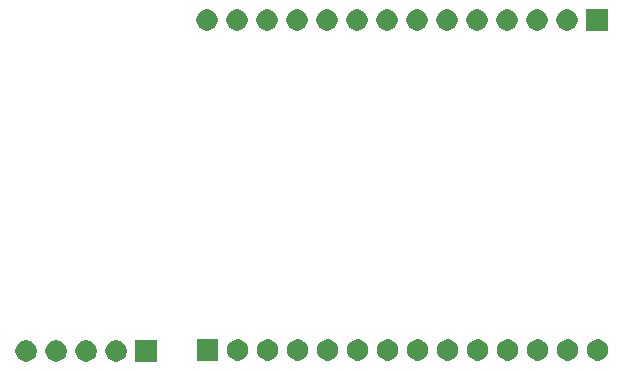
<source format=gbr>
G04 #@! TF.GenerationSoftware,KiCad,Pcbnew,(5.1.5-0-10_14)*
G04 #@! TF.CreationDate,2021-11-19T11:56:32-05:00*
G04 #@! TF.ProjectId,MinimalSAMD21,4d696e69-6d61-46c5-9341-4d4432312e6b,rev?*
G04 #@! TF.SameCoordinates,Original*
G04 #@! TF.FileFunction,Soldermask,Bot*
G04 #@! TF.FilePolarity,Negative*
%FSLAX46Y46*%
G04 Gerber Fmt 4.6, Leading zero omitted, Abs format (unit mm)*
G04 Created by KiCad (PCBNEW (5.1.5-0-10_14)) date 2021-11-19 11:56:32*
%MOMM*%
%LPD*%
G04 APERTURE LIST*
%ADD10C,0.100000*%
G04 APERTURE END LIST*
D10*
G36*
X161691000Y-110201000D02*
G01*
X159889000Y-110201000D01*
X159889000Y-108399000D01*
X161691000Y-108399000D01*
X161691000Y-110201000D01*
G37*
G36*
X158363512Y-108403927D02*
G01*
X158512812Y-108433624D01*
X158676784Y-108501544D01*
X158824354Y-108600147D01*
X158949853Y-108725646D01*
X159048456Y-108873216D01*
X159116376Y-109037188D01*
X159151000Y-109211259D01*
X159151000Y-109388741D01*
X159116376Y-109562812D01*
X159048456Y-109726784D01*
X158949853Y-109874354D01*
X158824354Y-109999853D01*
X158676784Y-110098456D01*
X158512812Y-110166376D01*
X158363512Y-110196073D01*
X158338742Y-110201000D01*
X158161258Y-110201000D01*
X158136488Y-110196073D01*
X157987188Y-110166376D01*
X157823216Y-110098456D01*
X157675646Y-109999853D01*
X157550147Y-109874354D01*
X157451544Y-109726784D01*
X157383624Y-109562812D01*
X157349000Y-109388741D01*
X157349000Y-109211259D01*
X157383624Y-109037188D01*
X157451544Y-108873216D01*
X157550147Y-108725646D01*
X157675646Y-108600147D01*
X157823216Y-108501544D01*
X157987188Y-108433624D01*
X158136488Y-108403927D01*
X158161258Y-108399000D01*
X158338742Y-108399000D01*
X158363512Y-108403927D01*
G37*
G36*
X155823512Y-108403927D02*
G01*
X155972812Y-108433624D01*
X156136784Y-108501544D01*
X156284354Y-108600147D01*
X156409853Y-108725646D01*
X156508456Y-108873216D01*
X156576376Y-109037188D01*
X156611000Y-109211259D01*
X156611000Y-109388741D01*
X156576376Y-109562812D01*
X156508456Y-109726784D01*
X156409853Y-109874354D01*
X156284354Y-109999853D01*
X156136784Y-110098456D01*
X155972812Y-110166376D01*
X155823512Y-110196073D01*
X155798742Y-110201000D01*
X155621258Y-110201000D01*
X155596488Y-110196073D01*
X155447188Y-110166376D01*
X155283216Y-110098456D01*
X155135646Y-109999853D01*
X155010147Y-109874354D01*
X154911544Y-109726784D01*
X154843624Y-109562812D01*
X154809000Y-109388741D01*
X154809000Y-109211259D01*
X154843624Y-109037188D01*
X154911544Y-108873216D01*
X155010147Y-108725646D01*
X155135646Y-108600147D01*
X155283216Y-108501544D01*
X155447188Y-108433624D01*
X155596488Y-108403927D01*
X155621258Y-108399000D01*
X155798742Y-108399000D01*
X155823512Y-108403927D01*
G37*
G36*
X153283512Y-108403927D02*
G01*
X153432812Y-108433624D01*
X153596784Y-108501544D01*
X153744354Y-108600147D01*
X153869853Y-108725646D01*
X153968456Y-108873216D01*
X154036376Y-109037188D01*
X154071000Y-109211259D01*
X154071000Y-109388741D01*
X154036376Y-109562812D01*
X153968456Y-109726784D01*
X153869853Y-109874354D01*
X153744354Y-109999853D01*
X153596784Y-110098456D01*
X153432812Y-110166376D01*
X153283512Y-110196073D01*
X153258742Y-110201000D01*
X153081258Y-110201000D01*
X153056488Y-110196073D01*
X152907188Y-110166376D01*
X152743216Y-110098456D01*
X152595646Y-109999853D01*
X152470147Y-109874354D01*
X152371544Y-109726784D01*
X152303624Y-109562812D01*
X152269000Y-109388741D01*
X152269000Y-109211259D01*
X152303624Y-109037188D01*
X152371544Y-108873216D01*
X152470147Y-108725646D01*
X152595646Y-108600147D01*
X152743216Y-108501544D01*
X152907188Y-108433624D01*
X153056488Y-108403927D01*
X153081258Y-108399000D01*
X153258742Y-108399000D01*
X153283512Y-108403927D01*
G37*
G36*
X150743512Y-108403927D02*
G01*
X150892812Y-108433624D01*
X151056784Y-108501544D01*
X151204354Y-108600147D01*
X151329853Y-108725646D01*
X151428456Y-108873216D01*
X151496376Y-109037188D01*
X151531000Y-109211259D01*
X151531000Y-109388741D01*
X151496376Y-109562812D01*
X151428456Y-109726784D01*
X151329853Y-109874354D01*
X151204354Y-109999853D01*
X151056784Y-110098456D01*
X150892812Y-110166376D01*
X150743512Y-110196073D01*
X150718742Y-110201000D01*
X150541258Y-110201000D01*
X150516488Y-110196073D01*
X150367188Y-110166376D01*
X150203216Y-110098456D01*
X150055646Y-109999853D01*
X149930147Y-109874354D01*
X149831544Y-109726784D01*
X149763624Y-109562812D01*
X149729000Y-109388741D01*
X149729000Y-109211259D01*
X149763624Y-109037188D01*
X149831544Y-108873216D01*
X149930147Y-108725646D01*
X150055646Y-108600147D01*
X150203216Y-108501544D01*
X150367188Y-108433624D01*
X150516488Y-108403927D01*
X150541258Y-108399000D01*
X150718742Y-108399000D01*
X150743512Y-108403927D01*
G37*
G36*
X186433512Y-108323927D02*
G01*
X186582812Y-108353624D01*
X186746784Y-108421544D01*
X186894354Y-108520147D01*
X187019853Y-108645646D01*
X187118456Y-108793216D01*
X187186376Y-108957188D01*
X187221000Y-109131259D01*
X187221000Y-109308741D01*
X187186376Y-109482812D01*
X187118456Y-109646784D01*
X187019853Y-109794354D01*
X186894354Y-109919853D01*
X186746784Y-110018456D01*
X186582812Y-110086376D01*
X186433512Y-110116073D01*
X186408742Y-110121000D01*
X186231258Y-110121000D01*
X186206488Y-110116073D01*
X186057188Y-110086376D01*
X185893216Y-110018456D01*
X185745646Y-109919853D01*
X185620147Y-109794354D01*
X185521544Y-109646784D01*
X185453624Y-109482812D01*
X185419000Y-109308741D01*
X185419000Y-109131259D01*
X185453624Y-108957188D01*
X185521544Y-108793216D01*
X185620147Y-108645646D01*
X185745646Y-108520147D01*
X185893216Y-108421544D01*
X186057188Y-108353624D01*
X186206488Y-108323927D01*
X186231258Y-108319000D01*
X186408742Y-108319000D01*
X186433512Y-108323927D01*
G37*
G36*
X183893512Y-108323927D02*
G01*
X184042812Y-108353624D01*
X184206784Y-108421544D01*
X184354354Y-108520147D01*
X184479853Y-108645646D01*
X184578456Y-108793216D01*
X184646376Y-108957188D01*
X184681000Y-109131259D01*
X184681000Y-109308741D01*
X184646376Y-109482812D01*
X184578456Y-109646784D01*
X184479853Y-109794354D01*
X184354354Y-109919853D01*
X184206784Y-110018456D01*
X184042812Y-110086376D01*
X183893512Y-110116073D01*
X183868742Y-110121000D01*
X183691258Y-110121000D01*
X183666488Y-110116073D01*
X183517188Y-110086376D01*
X183353216Y-110018456D01*
X183205646Y-109919853D01*
X183080147Y-109794354D01*
X182981544Y-109646784D01*
X182913624Y-109482812D01*
X182879000Y-109308741D01*
X182879000Y-109131259D01*
X182913624Y-108957188D01*
X182981544Y-108793216D01*
X183080147Y-108645646D01*
X183205646Y-108520147D01*
X183353216Y-108421544D01*
X183517188Y-108353624D01*
X183666488Y-108323927D01*
X183691258Y-108319000D01*
X183868742Y-108319000D01*
X183893512Y-108323927D01*
G37*
G36*
X181353512Y-108323927D02*
G01*
X181502812Y-108353624D01*
X181666784Y-108421544D01*
X181814354Y-108520147D01*
X181939853Y-108645646D01*
X182038456Y-108793216D01*
X182106376Y-108957188D01*
X182141000Y-109131259D01*
X182141000Y-109308741D01*
X182106376Y-109482812D01*
X182038456Y-109646784D01*
X181939853Y-109794354D01*
X181814354Y-109919853D01*
X181666784Y-110018456D01*
X181502812Y-110086376D01*
X181353512Y-110116073D01*
X181328742Y-110121000D01*
X181151258Y-110121000D01*
X181126488Y-110116073D01*
X180977188Y-110086376D01*
X180813216Y-110018456D01*
X180665646Y-109919853D01*
X180540147Y-109794354D01*
X180441544Y-109646784D01*
X180373624Y-109482812D01*
X180339000Y-109308741D01*
X180339000Y-109131259D01*
X180373624Y-108957188D01*
X180441544Y-108793216D01*
X180540147Y-108645646D01*
X180665646Y-108520147D01*
X180813216Y-108421544D01*
X180977188Y-108353624D01*
X181126488Y-108323927D01*
X181151258Y-108319000D01*
X181328742Y-108319000D01*
X181353512Y-108323927D01*
G37*
G36*
X178813512Y-108323927D02*
G01*
X178962812Y-108353624D01*
X179126784Y-108421544D01*
X179274354Y-108520147D01*
X179399853Y-108645646D01*
X179498456Y-108793216D01*
X179566376Y-108957188D01*
X179601000Y-109131259D01*
X179601000Y-109308741D01*
X179566376Y-109482812D01*
X179498456Y-109646784D01*
X179399853Y-109794354D01*
X179274354Y-109919853D01*
X179126784Y-110018456D01*
X178962812Y-110086376D01*
X178813512Y-110116073D01*
X178788742Y-110121000D01*
X178611258Y-110121000D01*
X178586488Y-110116073D01*
X178437188Y-110086376D01*
X178273216Y-110018456D01*
X178125646Y-109919853D01*
X178000147Y-109794354D01*
X177901544Y-109646784D01*
X177833624Y-109482812D01*
X177799000Y-109308741D01*
X177799000Y-109131259D01*
X177833624Y-108957188D01*
X177901544Y-108793216D01*
X178000147Y-108645646D01*
X178125646Y-108520147D01*
X178273216Y-108421544D01*
X178437188Y-108353624D01*
X178586488Y-108323927D01*
X178611258Y-108319000D01*
X178788742Y-108319000D01*
X178813512Y-108323927D01*
G37*
G36*
X176273512Y-108323927D02*
G01*
X176422812Y-108353624D01*
X176586784Y-108421544D01*
X176734354Y-108520147D01*
X176859853Y-108645646D01*
X176958456Y-108793216D01*
X177026376Y-108957188D01*
X177061000Y-109131259D01*
X177061000Y-109308741D01*
X177026376Y-109482812D01*
X176958456Y-109646784D01*
X176859853Y-109794354D01*
X176734354Y-109919853D01*
X176586784Y-110018456D01*
X176422812Y-110086376D01*
X176273512Y-110116073D01*
X176248742Y-110121000D01*
X176071258Y-110121000D01*
X176046488Y-110116073D01*
X175897188Y-110086376D01*
X175733216Y-110018456D01*
X175585646Y-109919853D01*
X175460147Y-109794354D01*
X175361544Y-109646784D01*
X175293624Y-109482812D01*
X175259000Y-109308741D01*
X175259000Y-109131259D01*
X175293624Y-108957188D01*
X175361544Y-108793216D01*
X175460147Y-108645646D01*
X175585646Y-108520147D01*
X175733216Y-108421544D01*
X175897188Y-108353624D01*
X176046488Y-108323927D01*
X176071258Y-108319000D01*
X176248742Y-108319000D01*
X176273512Y-108323927D01*
G37*
G36*
X173733512Y-108323927D02*
G01*
X173882812Y-108353624D01*
X174046784Y-108421544D01*
X174194354Y-108520147D01*
X174319853Y-108645646D01*
X174418456Y-108793216D01*
X174486376Y-108957188D01*
X174521000Y-109131259D01*
X174521000Y-109308741D01*
X174486376Y-109482812D01*
X174418456Y-109646784D01*
X174319853Y-109794354D01*
X174194354Y-109919853D01*
X174046784Y-110018456D01*
X173882812Y-110086376D01*
X173733512Y-110116073D01*
X173708742Y-110121000D01*
X173531258Y-110121000D01*
X173506488Y-110116073D01*
X173357188Y-110086376D01*
X173193216Y-110018456D01*
X173045646Y-109919853D01*
X172920147Y-109794354D01*
X172821544Y-109646784D01*
X172753624Y-109482812D01*
X172719000Y-109308741D01*
X172719000Y-109131259D01*
X172753624Y-108957188D01*
X172821544Y-108793216D01*
X172920147Y-108645646D01*
X173045646Y-108520147D01*
X173193216Y-108421544D01*
X173357188Y-108353624D01*
X173506488Y-108323927D01*
X173531258Y-108319000D01*
X173708742Y-108319000D01*
X173733512Y-108323927D01*
G37*
G36*
X171193512Y-108323927D02*
G01*
X171342812Y-108353624D01*
X171506784Y-108421544D01*
X171654354Y-108520147D01*
X171779853Y-108645646D01*
X171878456Y-108793216D01*
X171946376Y-108957188D01*
X171981000Y-109131259D01*
X171981000Y-109308741D01*
X171946376Y-109482812D01*
X171878456Y-109646784D01*
X171779853Y-109794354D01*
X171654354Y-109919853D01*
X171506784Y-110018456D01*
X171342812Y-110086376D01*
X171193512Y-110116073D01*
X171168742Y-110121000D01*
X170991258Y-110121000D01*
X170966488Y-110116073D01*
X170817188Y-110086376D01*
X170653216Y-110018456D01*
X170505646Y-109919853D01*
X170380147Y-109794354D01*
X170281544Y-109646784D01*
X170213624Y-109482812D01*
X170179000Y-109308741D01*
X170179000Y-109131259D01*
X170213624Y-108957188D01*
X170281544Y-108793216D01*
X170380147Y-108645646D01*
X170505646Y-108520147D01*
X170653216Y-108421544D01*
X170817188Y-108353624D01*
X170966488Y-108323927D01*
X170991258Y-108319000D01*
X171168742Y-108319000D01*
X171193512Y-108323927D01*
G37*
G36*
X168653512Y-108323927D02*
G01*
X168802812Y-108353624D01*
X168966784Y-108421544D01*
X169114354Y-108520147D01*
X169239853Y-108645646D01*
X169338456Y-108793216D01*
X169406376Y-108957188D01*
X169441000Y-109131259D01*
X169441000Y-109308741D01*
X169406376Y-109482812D01*
X169338456Y-109646784D01*
X169239853Y-109794354D01*
X169114354Y-109919853D01*
X168966784Y-110018456D01*
X168802812Y-110086376D01*
X168653512Y-110116073D01*
X168628742Y-110121000D01*
X168451258Y-110121000D01*
X168426488Y-110116073D01*
X168277188Y-110086376D01*
X168113216Y-110018456D01*
X167965646Y-109919853D01*
X167840147Y-109794354D01*
X167741544Y-109646784D01*
X167673624Y-109482812D01*
X167639000Y-109308741D01*
X167639000Y-109131259D01*
X167673624Y-108957188D01*
X167741544Y-108793216D01*
X167840147Y-108645646D01*
X167965646Y-108520147D01*
X168113216Y-108421544D01*
X168277188Y-108353624D01*
X168426488Y-108323927D01*
X168451258Y-108319000D01*
X168628742Y-108319000D01*
X168653512Y-108323927D01*
G37*
G36*
X166901000Y-110121000D02*
G01*
X165099000Y-110121000D01*
X165099000Y-108319000D01*
X166901000Y-108319000D01*
X166901000Y-110121000D01*
G37*
G36*
X199133512Y-108323927D02*
G01*
X199282812Y-108353624D01*
X199446784Y-108421544D01*
X199594354Y-108520147D01*
X199719853Y-108645646D01*
X199818456Y-108793216D01*
X199886376Y-108957188D01*
X199921000Y-109131259D01*
X199921000Y-109308741D01*
X199886376Y-109482812D01*
X199818456Y-109646784D01*
X199719853Y-109794354D01*
X199594354Y-109919853D01*
X199446784Y-110018456D01*
X199282812Y-110086376D01*
X199133512Y-110116073D01*
X199108742Y-110121000D01*
X198931258Y-110121000D01*
X198906488Y-110116073D01*
X198757188Y-110086376D01*
X198593216Y-110018456D01*
X198445646Y-109919853D01*
X198320147Y-109794354D01*
X198221544Y-109646784D01*
X198153624Y-109482812D01*
X198119000Y-109308741D01*
X198119000Y-109131259D01*
X198153624Y-108957188D01*
X198221544Y-108793216D01*
X198320147Y-108645646D01*
X198445646Y-108520147D01*
X198593216Y-108421544D01*
X198757188Y-108353624D01*
X198906488Y-108323927D01*
X198931258Y-108319000D01*
X199108742Y-108319000D01*
X199133512Y-108323927D01*
G37*
G36*
X196593512Y-108323927D02*
G01*
X196742812Y-108353624D01*
X196906784Y-108421544D01*
X197054354Y-108520147D01*
X197179853Y-108645646D01*
X197278456Y-108793216D01*
X197346376Y-108957188D01*
X197381000Y-109131259D01*
X197381000Y-109308741D01*
X197346376Y-109482812D01*
X197278456Y-109646784D01*
X197179853Y-109794354D01*
X197054354Y-109919853D01*
X196906784Y-110018456D01*
X196742812Y-110086376D01*
X196593512Y-110116073D01*
X196568742Y-110121000D01*
X196391258Y-110121000D01*
X196366488Y-110116073D01*
X196217188Y-110086376D01*
X196053216Y-110018456D01*
X195905646Y-109919853D01*
X195780147Y-109794354D01*
X195681544Y-109646784D01*
X195613624Y-109482812D01*
X195579000Y-109308741D01*
X195579000Y-109131259D01*
X195613624Y-108957188D01*
X195681544Y-108793216D01*
X195780147Y-108645646D01*
X195905646Y-108520147D01*
X196053216Y-108421544D01*
X196217188Y-108353624D01*
X196366488Y-108323927D01*
X196391258Y-108319000D01*
X196568742Y-108319000D01*
X196593512Y-108323927D01*
G37*
G36*
X194053512Y-108323927D02*
G01*
X194202812Y-108353624D01*
X194366784Y-108421544D01*
X194514354Y-108520147D01*
X194639853Y-108645646D01*
X194738456Y-108793216D01*
X194806376Y-108957188D01*
X194841000Y-109131259D01*
X194841000Y-109308741D01*
X194806376Y-109482812D01*
X194738456Y-109646784D01*
X194639853Y-109794354D01*
X194514354Y-109919853D01*
X194366784Y-110018456D01*
X194202812Y-110086376D01*
X194053512Y-110116073D01*
X194028742Y-110121000D01*
X193851258Y-110121000D01*
X193826488Y-110116073D01*
X193677188Y-110086376D01*
X193513216Y-110018456D01*
X193365646Y-109919853D01*
X193240147Y-109794354D01*
X193141544Y-109646784D01*
X193073624Y-109482812D01*
X193039000Y-109308741D01*
X193039000Y-109131259D01*
X193073624Y-108957188D01*
X193141544Y-108793216D01*
X193240147Y-108645646D01*
X193365646Y-108520147D01*
X193513216Y-108421544D01*
X193677188Y-108353624D01*
X193826488Y-108323927D01*
X193851258Y-108319000D01*
X194028742Y-108319000D01*
X194053512Y-108323927D01*
G37*
G36*
X191513512Y-108323927D02*
G01*
X191662812Y-108353624D01*
X191826784Y-108421544D01*
X191974354Y-108520147D01*
X192099853Y-108645646D01*
X192198456Y-108793216D01*
X192266376Y-108957188D01*
X192301000Y-109131259D01*
X192301000Y-109308741D01*
X192266376Y-109482812D01*
X192198456Y-109646784D01*
X192099853Y-109794354D01*
X191974354Y-109919853D01*
X191826784Y-110018456D01*
X191662812Y-110086376D01*
X191513512Y-110116073D01*
X191488742Y-110121000D01*
X191311258Y-110121000D01*
X191286488Y-110116073D01*
X191137188Y-110086376D01*
X190973216Y-110018456D01*
X190825646Y-109919853D01*
X190700147Y-109794354D01*
X190601544Y-109646784D01*
X190533624Y-109482812D01*
X190499000Y-109308741D01*
X190499000Y-109131259D01*
X190533624Y-108957188D01*
X190601544Y-108793216D01*
X190700147Y-108645646D01*
X190825646Y-108520147D01*
X190973216Y-108421544D01*
X191137188Y-108353624D01*
X191286488Y-108323927D01*
X191311258Y-108319000D01*
X191488742Y-108319000D01*
X191513512Y-108323927D01*
G37*
G36*
X188973512Y-108323927D02*
G01*
X189122812Y-108353624D01*
X189286784Y-108421544D01*
X189434354Y-108520147D01*
X189559853Y-108645646D01*
X189658456Y-108793216D01*
X189726376Y-108957188D01*
X189761000Y-109131259D01*
X189761000Y-109308741D01*
X189726376Y-109482812D01*
X189658456Y-109646784D01*
X189559853Y-109794354D01*
X189434354Y-109919853D01*
X189286784Y-110018456D01*
X189122812Y-110086376D01*
X188973512Y-110116073D01*
X188948742Y-110121000D01*
X188771258Y-110121000D01*
X188746488Y-110116073D01*
X188597188Y-110086376D01*
X188433216Y-110018456D01*
X188285646Y-109919853D01*
X188160147Y-109794354D01*
X188061544Y-109646784D01*
X187993624Y-109482812D01*
X187959000Y-109308741D01*
X187959000Y-109131259D01*
X187993624Y-108957188D01*
X188061544Y-108793216D01*
X188160147Y-108645646D01*
X188285646Y-108520147D01*
X188433216Y-108421544D01*
X188597188Y-108353624D01*
X188746488Y-108323927D01*
X188771258Y-108319000D01*
X188948742Y-108319000D01*
X188973512Y-108323927D01*
G37*
G36*
X178759332Y-80383927D02*
G01*
X178908632Y-80413624D01*
X179072604Y-80481544D01*
X179220174Y-80580147D01*
X179345673Y-80705646D01*
X179444276Y-80853216D01*
X179512196Y-81017188D01*
X179546820Y-81191259D01*
X179546820Y-81368741D01*
X179512196Y-81542812D01*
X179444276Y-81706784D01*
X179345673Y-81854354D01*
X179220174Y-81979853D01*
X179072604Y-82078456D01*
X178908632Y-82146376D01*
X178759332Y-82176073D01*
X178734562Y-82181000D01*
X178557078Y-82181000D01*
X178532308Y-82176073D01*
X178383008Y-82146376D01*
X178219036Y-82078456D01*
X178071466Y-81979853D01*
X177945967Y-81854354D01*
X177847364Y-81706784D01*
X177779444Y-81542812D01*
X177744820Y-81368741D01*
X177744820Y-81191259D01*
X177779444Y-81017188D01*
X177847364Y-80853216D01*
X177945967Y-80705646D01*
X178071466Y-80580147D01*
X178219036Y-80481544D01*
X178383008Y-80413624D01*
X178532308Y-80383927D01*
X178557078Y-80379000D01*
X178734562Y-80379000D01*
X178759332Y-80383927D01*
G37*
G36*
X181299332Y-80383927D02*
G01*
X181448632Y-80413624D01*
X181612604Y-80481544D01*
X181760174Y-80580147D01*
X181885673Y-80705646D01*
X181984276Y-80853216D01*
X182052196Y-81017188D01*
X182086820Y-81191259D01*
X182086820Y-81368741D01*
X182052196Y-81542812D01*
X181984276Y-81706784D01*
X181885673Y-81854354D01*
X181760174Y-81979853D01*
X181612604Y-82078456D01*
X181448632Y-82146376D01*
X181299332Y-82176073D01*
X181274562Y-82181000D01*
X181097078Y-82181000D01*
X181072308Y-82176073D01*
X180923008Y-82146376D01*
X180759036Y-82078456D01*
X180611466Y-81979853D01*
X180485967Y-81854354D01*
X180387364Y-81706784D01*
X180319444Y-81542812D01*
X180284820Y-81368741D01*
X180284820Y-81191259D01*
X180319444Y-81017188D01*
X180387364Y-80853216D01*
X180485967Y-80705646D01*
X180611466Y-80580147D01*
X180759036Y-80481544D01*
X180923008Y-80413624D01*
X181072308Y-80383927D01*
X181097078Y-80379000D01*
X181274562Y-80379000D01*
X181299332Y-80383927D01*
G37*
G36*
X183839332Y-80383927D02*
G01*
X183988632Y-80413624D01*
X184152604Y-80481544D01*
X184300174Y-80580147D01*
X184425673Y-80705646D01*
X184524276Y-80853216D01*
X184592196Y-81017188D01*
X184626820Y-81191259D01*
X184626820Y-81368741D01*
X184592196Y-81542812D01*
X184524276Y-81706784D01*
X184425673Y-81854354D01*
X184300174Y-81979853D01*
X184152604Y-82078456D01*
X183988632Y-82146376D01*
X183839332Y-82176073D01*
X183814562Y-82181000D01*
X183637078Y-82181000D01*
X183612308Y-82176073D01*
X183463008Y-82146376D01*
X183299036Y-82078456D01*
X183151466Y-81979853D01*
X183025967Y-81854354D01*
X182927364Y-81706784D01*
X182859444Y-81542812D01*
X182824820Y-81368741D01*
X182824820Y-81191259D01*
X182859444Y-81017188D01*
X182927364Y-80853216D01*
X183025967Y-80705646D01*
X183151466Y-80580147D01*
X183299036Y-80481544D01*
X183463008Y-80413624D01*
X183612308Y-80383927D01*
X183637078Y-80379000D01*
X183814562Y-80379000D01*
X183839332Y-80383927D01*
G37*
G36*
X186379332Y-80383927D02*
G01*
X186528632Y-80413624D01*
X186692604Y-80481544D01*
X186840174Y-80580147D01*
X186965673Y-80705646D01*
X187064276Y-80853216D01*
X187132196Y-81017188D01*
X187166820Y-81191259D01*
X187166820Y-81368741D01*
X187132196Y-81542812D01*
X187064276Y-81706784D01*
X186965673Y-81854354D01*
X186840174Y-81979853D01*
X186692604Y-82078456D01*
X186528632Y-82146376D01*
X186379332Y-82176073D01*
X186354562Y-82181000D01*
X186177078Y-82181000D01*
X186152308Y-82176073D01*
X186003008Y-82146376D01*
X185839036Y-82078456D01*
X185691466Y-81979853D01*
X185565967Y-81854354D01*
X185467364Y-81706784D01*
X185399444Y-81542812D01*
X185364820Y-81368741D01*
X185364820Y-81191259D01*
X185399444Y-81017188D01*
X185467364Y-80853216D01*
X185565967Y-80705646D01*
X185691466Y-80580147D01*
X185839036Y-80481544D01*
X186003008Y-80413624D01*
X186152308Y-80383927D01*
X186177078Y-80379000D01*
X186354562Y-80379000D01*
X186379332Y-80383927D01*
G37*
G36*
X188919332Y-80383927D02*
G01*
X189068632Y-80413624D01*
X189232604Y-80481544D01*
X189380174Y-80580147D01*
X189505673Y-80705646D01*
X189604276Y-80853216D01*
X189672196Y-81017188D01*
X189706820Y-81191259D01*
X189706820Y-81368741D01*
X189672196Y-81542812D01*
X189604276Y-81706784D01*
X189505673Y-81854354D01*
X189380174Y-81979853D01*
X189232604Y-82078456D01*
X189068632Y-82146376D01*
X188919332Y-82176073D01*
X188894562Y-82181000D01*
X188717078Y-82181000D01*
X188692308Y-82176073D01*
X188543008Y-82146376D01*
X188379036Y-82078456D01*
X188231466Y-81979853D01*
X188105967Y-81854354D01*
X188007364Y-81706784D01*
X187939444Y-81542812D01*
X187904820Y-81368741D01*
X187904820Y-81191259D01*
X187939444Y-81017188D01*
X188007364Y-80853216D01*
X188105967Y-80705646D01*
X188231466Y-80580147D01*
X188379036Y-80481544D01*
X188543008Y-80413624D01*
X188692308Y-80383927D01*
X188717078Y-80379000D01*
X188894562Y-80379000D01*
X188919332Y-80383927D01*
G37*
G36*
X191459332Y-80383927D02*
G01*
X191608632Y-80413624D01*
X191772604Y-80481544D01*
X191920174Y-80580147D01*
X192045673Y-80705646D01*
X192144276Y-80853216D01*
X192212196Y-81017188D01*
X192246820Y-81191259D01*
X192246820Y-81368741D01*
X192212196Y-81542812D01*
X192144276Y-81706784D01*
X192045673Y-81854354D01*
X191920174Y-81979853D01*
X191772604Y-82078456D01*
X191608632Y-82146376D01*
X191459332Y-82176073D01*
X191434562Y-82181000D01*
X191257078Y-82181000D01*
X191232308Y-82176073D01*
X191083008Y-82146376D01*
X190919036Y-82078456D01*
X190771466Y-81979853D01*
X190645967Y-81854354D01*
X190547364Y-81706784D01*
X190479444Y-81542812D01*
X190444820Y-81368741D01*
X190444820Y-81191259D01*
X190479444Y-81017188D01*
X190547364Y-80853216D01*
X190645967Y-80705646D01*
X190771466Y-80580147D01*
X190919036Y-80481544D01*
X191083008Y-80413624D01*
X191232308Y-80383927D01*
X191257078Y-80379000D01*
X191434562Y-80379000D01*
X191459332Y-80383927D01*
G37*
G36*
X193999332Y-80383927D02*
G01*
X194148632Y-80413624D01*
X194312604Y-80481544D01*
X194460174Y-80580147D01*
X194585673Y-80705646D01*
X194684276Y-80853216D01*
X194752196Y-81017188D01*
X194786820Y-81191259D01*
X194786820Y-81368741D01*
X194752196Y-81542812D01*
X194684276Y-81706784D01*
X194585673Y-81854354D01*
X194460174Y-81979853D01*
X194312604Y-82078456D01*
X194148632Y-82146376D01*
X193999332Y-82176073D01*
X193974562Y-82181000D01*
X193797078Y-82181000D01*
X193772308Y-82176073D01*
X193623008Y-82146376D01*
X193459036Y-82078456D01*
X193311466Y-81979853D01*
X193185967Y-81854354D01*
X193087364Y-81706784D01*
X193019444Y-81542812D01*
X192984820Y-81368741D01*
X192984820Y-81191259D01*
X193019444Y-81017188D01*
X193087364Y-80853216D01*
X193185967Y-80705646D01*
X193311466Y-80580147D01*
X193459036Y-80481544D01*
X193623008Y-80413624D01*
X193772308Y-80383927D01*
X193797078Y-80379000D01*
X193974562Y-80379000D01*
X193999332Y-80383927D01*
G37*
G36*
X196539332Y-80383927D02*
G01*
X196688632Y-80413624D01*
X196852604Y-80481544D01*
X197000174Y-80580147D01*
X197125673Y-80705646D01*
X197224276Y-80853216D01*
X197292196Y-81017188D01*
X197326820Y-81191259D01*
X197326820Y-81368741D01*
X197292196Y-81542812D01*
X197224276Y-81706784D01*
X197125673Y-81854354D01*
X197000174Y-81979853D01*
X196852604Y-82078456D01*
X196688632Y-82146376D01*
X196539332Y-82176073D01*
X196514562Y-82181000D01*
X196337078Y-82181000D01*
X196312308Y-82176073D01*
X196163008Y-82146376D01*
X195999036Y-82078456D01*
X195851466Y-81979853D01*
X195725967Y-81854354D01*
X195627364Y-81706784D01*
X195559444Y-81542812D01*
X195524820Y-81368741D01*
X195524820Y-81191259D01*
X195559444Y-81017188D01*
X195627364Y-80853216D01*
X195725967Y-80705646D01*
X195851466Y-80580147D01*
X195999036Y-80481544D01*
X196163008Y-80413624D01*
X196312308Y-80383927D01*
X196337078Y-80379000D01*
X196514562Y-80379000D01*
X196539332Y-80383927D01*
G37*
G36*
X199866820Y-82181000D02*
G01*
X198064820Y-82181000D01*
X198064820Y-80379000D01*
X199866820Y-80379000D01*
X199866820Y-82181000D01*
G37*
G36*
X176219332Y-80383927D02*
G01*
X176368632Y-80413624D01*
X176532604Y-80481544D01*
X176680174Y-80580147D01*
X176805673Y-80705646D01*
X176904276Y-80853216D01*
X176972196Y-81017188D01*
X177006820Y-81191259D01*
X177006820Y-81368741D01*
X176972196Y-81542812D01*
X176904276Y-81706784D01*
X176805673Y-81854354D01*
X176680174Y-81979853D01*
X176532604Y-82078456D01*
X176368632Y-82146376D01*
X176219332Y-82176073D01*
X176194562Y-82181000D01*
X176017078Y-82181000D01*
X175992308Y-82176073D01*
X175843008Y-82146376D01*
X175679036Y-82078456D01*
X175531466Y-81979853D01*
X175405967Y-81854354D01*
X175307364Y-81706784D01*
X175239444Y-81542812D01*
X175204820Y-81368741D01*
X175204820Y-81191259D01*
X175239444Y-81017188D01*
X175307364Y-80853216D01*
X175405967Y-80705646D01*
X175531466Y-80580147D01*
X175679036Y-80481544D01*
X175843008Y-80413624D01*
X175992308Y-80383927D01*
X176017078Y-80379000D01*
X176194562Y-80379000D01*
X176219332Y-80383927D01*
G37*
G36*
X173679332Y-80383927D02*
G01*
X173828632Y-80413624D01*
X173992604Y-80481544D01*
X174140174Y-80580147D01*
X174265673Y-80705646D01*
X174364276Y-80853216D01*
X174432196Y-81017188D01*
X174466820Y-81191259D01*
X174466820Y-81368741D01*
X174432196Y-81542812D01*
X174364276Y-81706784D01*
X174265673Y-81854354D01*
X174140174Y-81979853D01*
X173992604Y-82078456D01*
X173828632Y-82146376D01*
X173679332Y-82176073D01*
X173654562Y-82181000D01*
X173477078Y-82181000D01*
X173452308Y-82176073D01*
X173303008Y-82146376D01*
X173139036Y-82078456D01*
X172991466Y-81979853D01*
X172865967Y-81854354D01*
X172767364Y-81706784D01*
X172699444Y-81542812D01*
X172664820Y-81368741D01*
X172664820Y-81191259D01*
X172699444Y-81017188D01*
X172767364Y-80853216D01*
X172865967Y-80705646D01*
X172991466Y-80580147D01*
X173139036Y-80481544D01*
X173303008Y-80413624D01*
X173452308Y-80383927D01*
X173477078Y-80379000D01*
X173654562Y-80379000D01*
X173679332Y-80383927D01*
G37*
G36*
X171139332Y-80383927D02*
G01*
X171288632Y-80413624D01*
X171452604Y-80481544D01*
X171600174Y-80580147D01*
X171725673Y-80705646D01*
X171824276Y-80853216D01*
X171892196Y-81017188D01*
X171926820Y-81191259D01*
X171926820Y-81368741D01*
X171892196Y-81542812D01*
X171824276Y-81706784D01*
X171725673Y-81854354D01*
X171600174Y-81979853D01*
X171452604Y-82078456D01*
X171288632Y-82146376D01*
X171139332Y-82176073D01*
X171114562Y-82181000D01*
X170937078Y-82181000D01*
X170912308Y-82176073D01*
X170763008Y-82146376D01*
X170599036Y-82078456D01*
X170451466Y-81979853D01*
X170325967Y-81854354D01*
X170227364Y-81706784D01*
X170159444Y-81542812D01*
X170124820Y-81368741D01*
X170124820Y-81191259D01*
X170159444Y-81017188D01*
X170227364Y-80853216D01*
X170325967Y-80705646D01*
X170451466Y-80580147D01*
X170599036Y-80481544D01*
X170763008Y-80413624D01*
X170912308Y-80383927D01*
X170937078Y-80379000D01*
X171114562Y-80379000D01*
X171139332Y-80383927D01*
G37*
G36*
X168599332Y-80383927D02*
G01*
X168748632Y-80413624D01*
X168912604Y-80481544D01*
X169060174Y-80580147D01*
X169185673Y-80705646D01*
X169284276Y-80853216D01*
X169352196Y-81017188D01*
X169386820Y-81191259D01*
X169386820Y-81368741D01*
X169352196Y-81542812D01*
X169284276Y-81706784D01*
X169185673Y-81854354D01*
X169060174Y-81979853D01*
X168912604Y-82078456D01*
X168748632Y-82146376D01*
X168599332Y-82176073D01*
X168574562Y-82181000D01*
X168397078Y-82181000D01*
X168372308Y-82176073D01*
X168223008Y-82146376D01*
X168059036Y-82078456D01*
X167911466Y-81979853D01*
X167785967Y-81854354D01*
X167687364Y-81706784D01*
X167619444Y-81542812D01*
X167584820Y-81368741D01*
X167584820Y-81191259D01*
X167619444Y-81017188D01*
X167687364Y-80853216D01*
X167785967Y-80705646D01*
X167911466Y-80580147D01*
X168059036Y-80481544D01*
X168223008Y-80413624D01*
X168372308Y-80383927D01*
X168397078Y-80379000D01*
X168574562Y-80379000D01*
X168599332Y-80383927D01*
G37*
G36*
X166059332Y-80383927D02*
G01*
X166208632Y-80413624D01*
X166372604Y-80481544D01*
X166520174Y-80580147D01*
X166645673Y-80705646D01*
X166744276Y-80853216D01*
X166812196Y-81017188D01*
X166846820Y-81191259D01*
X166846820Y-81368741D01*
X166812196Y-81542812D01*
X166744276Y-81706784D01*
X166645673Y-81854354D01*
X166520174Y-81979853D01*
X166372604Y-82078456D01*
X166208632Y-82146376D01*
X166059332Y-82176073D01*
X166034562Y-82181000D01*
X165857078Y-82181000D01*
X165832308Y-82176073D01*
X165683008Y-82146376D01*
X165519036Y-82078456D01*
X165371466Y-81979853D01*
X165245967Y-81854354D01*
X165147364Y-81706784D01*
X165079444Y-81542812D01*
X165044820Y-81368741D01*
X165044820Y-81191259D01*
X165079444Y-81017188D01*
X165147364Y-80853216D01*
X165245967Y-80705646D01*
X165371466Y-80580147D01*
X165519036Y-80481544D01*
X165683008Y-80413624D01*
X165832308Y-80383927D01*
X165857078Y-80379000D01*
X166034562Y-80379000D01*
X166059332Y-80383927D01*
G37*
M02*

</source>
